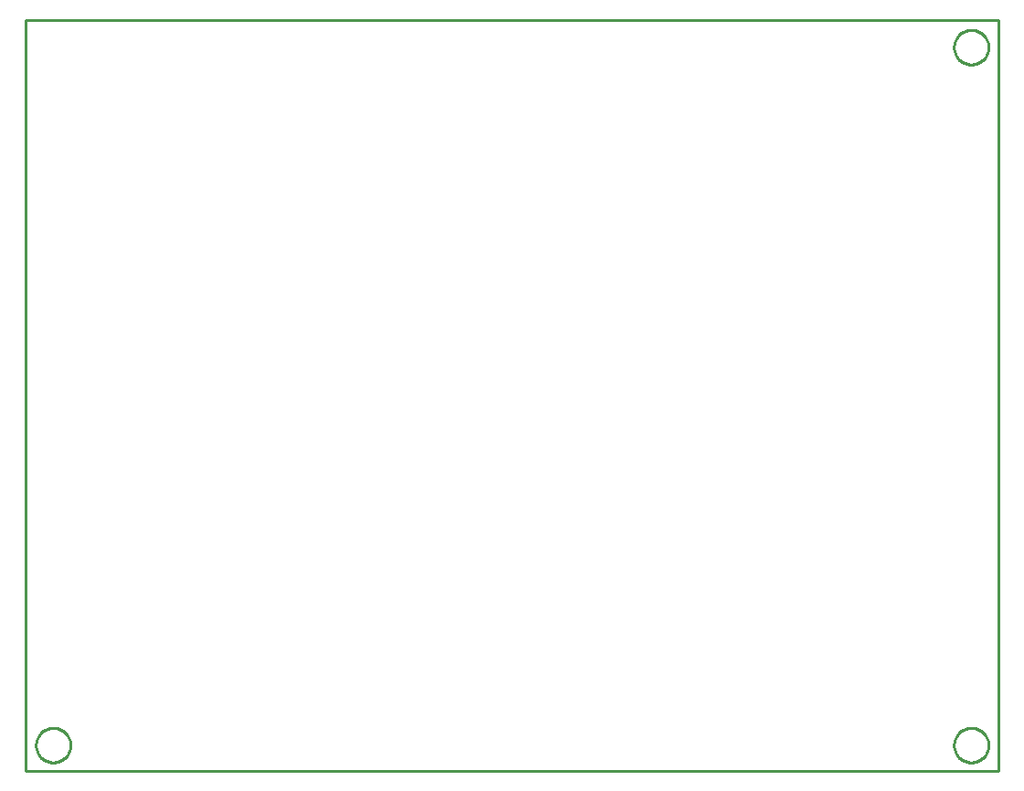
<source format=gbr>
G04 EAGLE Gerber RS-274X export*
G75*
%MOMM*%
%FSLAX34Y34*%
%LPD*%
%IN*%
%IPPOS*%
%AMOC8*
5,1,8,0,0,1.08239X$1,22.5*%
G01*
%ADD10C,0.254000*%


D10*
X203200Y39705D02*
X1104902Y39832D01*
X1104902Y736627D01*
X203200Y736500D01*
X203200Y39705D01*
X244600Y62976D02*
X244532Y61931D01*
X244395Y60892D01*
X244190Y59865D01*
X243919Y58853D01*
X243583Y57861D01*
X243182Y56893D01*
X242718Y55954D01*
X242195Y55046D01*
X241613Y54175D01*
X240975Y53344D01*
X240284Y52557D01*
X239543Y51816D01*
X238756Y51125D01*
X237925Y50488D01*
X237054Y49906D01*
X236146Y49382D01*
X235207Y48918D01*
X234239Y48517D01*
X233247Y48181D01*
X232235Y47910D01*
X231208Y47705D01*
X230169Y47569D01*
X229124Y47500D01*
X228076Y47500D01*
X227031Y47569D01*
X225992Y47705D01*
X224965Y47910D01*
X223953Y48181D01*
X222961Y48517D01*
X221993Y48918D01*
X221054Y49382D01*
X220146Y49906D01*
X219275Y50488D01*
X218444Y51125D01*
X217657Y51816D01*
X216916Y52557D01*
X216225Y53344D01*
X215588Y54175D01*
X215006Y55046D01*
X214482Y55954D01*
X214018Y56893D01*
X213617Y57861D01*
X213281Y58853D01*
X213010Y59865D01*
X212805Y60892D01*
X212669Y61931D01*
X212600Y62976D01*
X212600Y64024D01*
X212669Y65069D01*
X212805Y66108D01*
X213010Y67135D01*
X213281Y68147D01*
X213617Y69139D01*
X214018Y70107D01*
X214482Y71046D01*
X215006Y71954D01*
X215588Y72825D01*
X216225Y73656D01*
X216916Y74443D01*
X217657Y75184D01*
X218444Y75875D01*
X219275Y76513D01*
X220146Y77095D01*
X221054Y77618D01*
X221993Y78082D01*
X222961Y78483D01*
X223953Y78819D01*
X224965Y79090D01*
X225992Y79295D01*
X227031Y79432D01*
X228076Y79500D01*
X229124Y79500D01*
X230169Y79432D01*
X231208Y79295D01*
X232235Y79090D01*
X233247Y78819D01*
X234239Y78483D01*
X235207Y78082D01*
X236146Y77618D01*
X237054Y77095D01*
X237925Y76513D01*
X238756Y75875D01*
X239543Y75184D01*
X240284Y74443D01*
X240975Y73656D01*
X241613Y72825D01*
X242195Y71954D01*
X242718Y71046D01*
X243182Y70107D01*
X243583Y69139D01*
X243919Y68147D01*
X244190Y67135D01*
X244395Y66108D01*
X244532Y65069D01*
X244600Y64024D01*
X244600Y62976D01*
X1095500Y62976D02*
X1095432Y61931D01*
X1095295Y60892D01*
X1095090Y59865D01*
X1094819Y58853D01*
X1094483Y57861D01*
X1094082Y56893D01*
X1093618Y55954D01*
X1093095Y55046D01*
X1092513Y54175D01*
X1091875Y53344D01*
X1091184Y52557D01*
X1090443Y51816D01*
X1089656Y51125D01*
X1088825Y50488D01*
X1087954Y49906D01*
X1087046Y49382D01*
X1086107Y48918D01*
X1085139Y48517D01*
X1084147Y48181D01*
X1083135Y47910D01*
X1082108Y47705D01*
X1081069Y47569D01*
X1080024Y47500D01*
X1078976Y47500D01*
X1077931Y47569D01*
X1076892Y47705D01*
X1075865Y47910D01*
X1074853Y48181D01*
X1073861Y48517D01*
X1072893Y48918D01*
X1071954Y49382D01*
X1071046Y49906D01*
X1070175Y50488D01*
X1069344Y51125D01*
X1068557Y51816D01*
X1067816Y52557D01*
X1067125Y53344D01*
X1066488Y54175D01*
X1065906Y55046D01*
X1065382Y55954D01*
X1064918Y56893D01*
X1064517Y57861D01*
X1064181Y58853D01*
X1063910Y59865D01*
X1063705Y60892D01*
X1063569Y61931D01*
X1063500Y62976D01*
X1063500Y64024D01*
X1063569Y65069D01*
X1063705Y66108D01*
X1063910Y67135D01*
X1064181Y68147D01*
X1064517Y69139D01*
X1064918Y70107D01*
X1065382Y71046D01*
X1065906Y71954D01*
X1066488Y72825D01*
X1067125Y73656D01*
X1067816Y74443D01*
X1068557Y75184D01*
X1069344Y75875D01*
X1070175Y76513D01*
X1071046Y77095D01*
X1071954Y77618D01*
X1072893Y78082D01*
X1073861Y78483D01*
X1074853Y78819D01*
X1075865Y79090D01*
X1076892Y79295D01*
X1077931Y79432D01*
X1078976Y79500D01*
X1080024Y79500D01*
X1081069Y79432D01*
X1082108Y79295D01*
X1083135Y79090D01*
X1084147Y78819D01*
X1085139Y78483D01*
X1086107Y78082D01*
X1087046Y77618D01*
X1087954Y77095D01*
X1088825Y76513D01*
X1089656Y75875D01*
X1090443Y75184D01*
X1091184Y74443D01*
X1091875Y73656D01*
X1092513Y72825D01*
X1093095Y71954D01*
X1093618Y71046D01*
X1094082Y70107D01*
X1094483Y69139D01*
X1094819Y68147D01*
X1095090Y67135D01*
X1095295Y66108D01*
X1095432Y65069D01*
X1095500Y64024D01*
X1095500Y62976D01*
X1095500Y710676D02*
X1095432Y709631D01*
X1095295Y708592D01*
X1095090Y707565D01*
X1094819Y706553D01*
X1094483Y705561D01*
X1094082Y704593D01*
X1093618Y703654D01*
X1093095Y702746D01*
X1092513Y701875D01*
X1091875Y701044D01*
X1091184Y700257D01*
X1090443Y699516D01*
X1089656Y698825D01*
X1088825Y698188D01*
X1087954Y697606D01*
X1087046Y697082D01*
X1086107Y696618D01*
X1085139Y696217D01*
X1084147Y695881D01*
X1083135Y695610D01*
X1082108Y695405D01*
X1081069Y695269D01*
X1080024Y695200D01*
X1078976Y695200D01*
X1077931Y695269D01*
X1076892Y695405D01*
X1075865Y695610D01*
X1074853Y695881D01*
X1073861Y696217D01*
X1072893Y696618D01*
X1071954Y697082D01*
X1071046Y697606D01*
X1070175Y698188D01*
X1069344Y698825D01*
X1068557Y699516D01*
X1067816Y700257D01*
X1067125Y701044D01*
X1066488Y701875D01*
X1065906Y702746D01*
X1065382Y703654D01*
X1064918Y704593D01*
X1064517Y705561D01*
X1064181Y706553D01*
X1063910Y707565D01*
X1063705Y708592D01*
X1063569Y709631D01*
X1063500Y710676D01*
X1063500Y711724D01*
X1063569Y712769D01*
X1063705Y713808D01*
X1063910Y714835D01*
X1064181Y715847D01*
X1064517Y716839D01*
X1064918Y717807D01*
X1065382Y718746D01*
X1065906Y719654D01*
X1066488Y720525D01*
X1067125Y721356D01*
X1067816Y722143D01*
X1068557Y722884D01*
X1069344Y723575D01*
X1070175Y724213D01*
X1071046Y724795D01*
X1071954Y725318D01*
X1072893Y725782D01*
X1073861Y726183D01*
X1074853Y726519D01*
X1075865Y726790D01*
X1076892Y726995D01*
X1077931Y727132D01*
X1078976Y727200D01*
X1080024Y727200D01*
X1081069Y727132D01*
X1082108Y726995D01*
X1083135Y726790D01*
X1084147Y726519D01*
X1085139Y726183D01*
X1086107Y725782D01*
X1087046Y725318D01*
X1087954Y724795D01*
X1088825Y724213D01*
X1089656Y723575D01*
X1090443Y722884D01*
X1091184Y722143D01*
X1091875Y721356D01*
X1092513Y720525D01*
X1093095Y719654D01*
X1093618Y718746D01*
X1094082Y717807D01*
X1094483Y716839D01*
X1094819Y715847D01*
X1095090Y714835D01*
X1095295Y713808D01*
X1095432Y712769D01*
X1095500Y711724D01*
X1095500Y710676D01*
M02*

</source>
